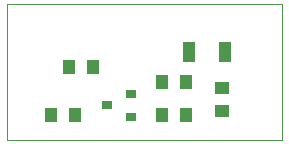
<source format=gtp>
%FSAX24Y24*%
%MOIN*%
G70*
G01*
G75*
G04 Layer_Color=8421504*
%ADD10R,0.0354X0.0315*%
%ADD11R,0.0394X0.0500*%
%ADD12R,0.0400X0.0669*%
%ADD13R,0.0500X0.0394*%
%ADD14C,0.0200*%
%ADD15C,0.0030*%
%ADD16C,0.0570*%
%ADD17C,0.0700*%
%ADD18C,0.0050*%
%ADD19R,0.0394X0.0394*%
%ADD20R,0.0394X0.0315*%
%ADD21R,0.0236X0.0413*%
%ADD22C,0.0100*%
D10*
X044872Y050530D02*
D03*
X044085Y050904D02*
D03*
X044872Y051278D02*
D03*
D11*
X046700Y051700D02*
D03*
X045913D02*
D03*
X043000Y050600D02*
D03*
X042213D02*
D03*
X043594Y052200D02*
D03*
X042806D02*
D03*
X045906Y050600D02*
D03*
X046694D02*
D03*
D12*
X046800Y052700D02*
D03*
X048000D02*
D03*
D13*
X047900Y050706D02*
D03*
Y051494D02*
D03*
D15*
X040750Y054300D02*
X049900D01*
X040750Y049750D02*
Y054300D01*
Y049750D02*
X049900D01*
Y054300D01*
M02*

</source>
